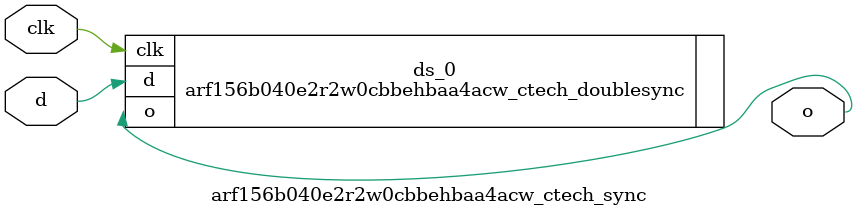
<source format=sv>

`ifndef ARF156B040E2R2W0CBBEHBAA4ACW_CTECH_SYNC_SV
`define ARF156B040E2R2W0CBBEHBAA4ACW_CTECH_SYNC_SV

module arf156b040e2r2w0cbbehbaa4acw_ctech_sync (
  input  logic  clk,
  input  logic  d,

  output logic  o
);

  arf156b040e2r2w0cbbehbaa4acw_ctech_doublesync ds_0 (.o(o), .d(d), .clk(clk));

endmodule // arf156b040e2r2w0cbbehbaa4acw_ctech_sync

`endif // ARF156B040E2R2W0CBBEHBAA4ACW_CTECH_SYNC_SV
</source>
